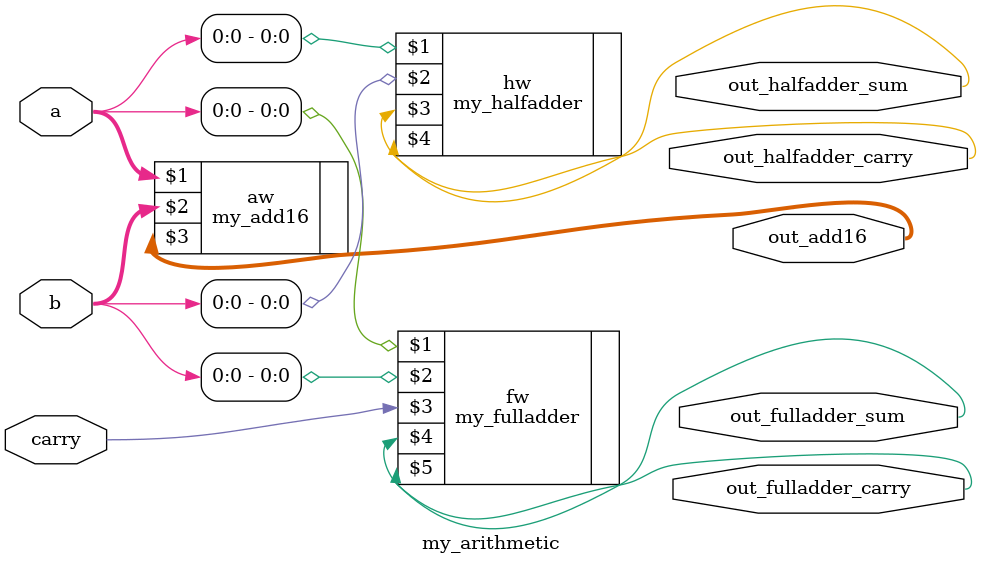
<source format=v>
`include "my_add16"

module my_arithmetic (input [15:0] a, b,
                      input         carry,
                      output        out_halfadder_sum, out_halfadder_carry,
                                    out_fulladder_sum, out_fulladder_carry,
                      output [15:0] out_add16);

   my_halfadder hw(a[0], b[0], out_halfadder_sum, out_halfadder_carry);
   my_fulladder fw(a[0], b[0], carry, out_fulladder_sum, out_fulladder_carry);
   my_add16 aw(a, b, out_add16);
endmodule

</source>
